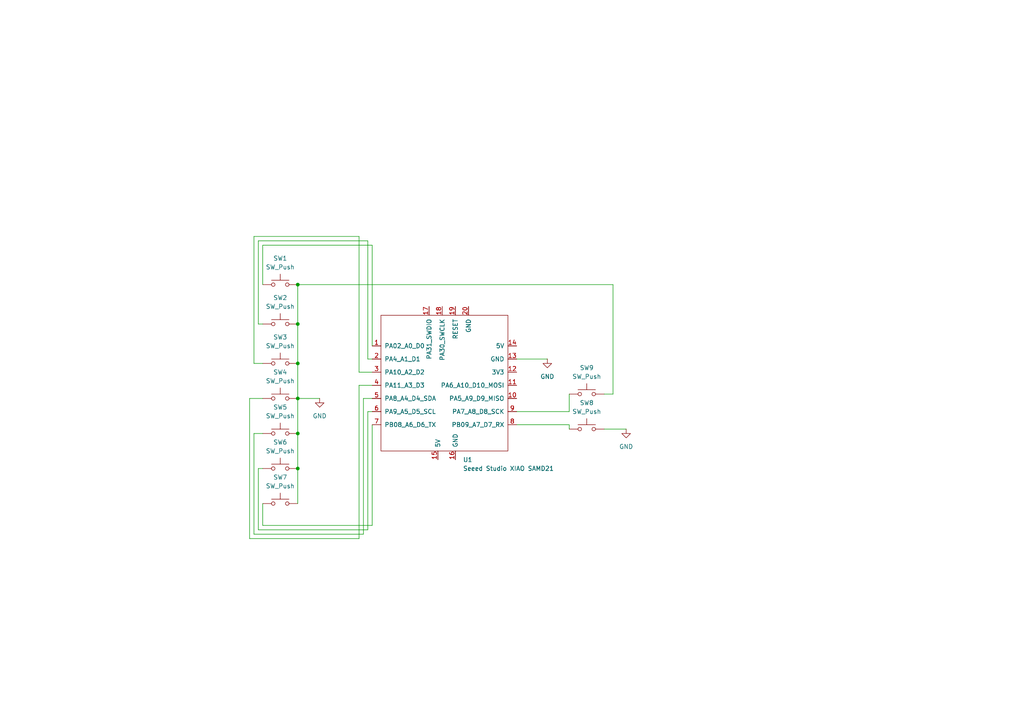
<source format=kicad_sch>
(kicad_sch (version 20231120) (generator "eeschema") (generator_version "8.0")
  (paper "A4")
  (lib_symbols
    (symbol "Seeed_Studio_XIAO_Series:Seeed Studio XIAO SAMD21" (pin_names (offset 1.016))
      (property "Reference" "U" (at -19.05 22.86 0))
      (property "Value" "Seeed Studio XIAO SAMD21" (at -12.7 21.59 0))
      (symbol "Seeed Studio XIAO SAMD21_0_1"
        (rectangle (start -19.05 20.32) (end 17.78 -19.05))
      )
      (symbol "Seeed Studio XIAO SAMD21_1_1"
        (pin unspecified line (at -21.59 11.43 0) (length 2.54) (name "PA02_A0_D0") (number "1"))
        (pin unspecified line (at 20.32 -3.81 180) (length 2.54) (name "PA5_A9_D9_MISO") (number "10"))
        (pin unspecified line (at 20.32 0 180) (length 2.54) (name "PA6_A10_D10_MOSI") (number "11"))
        (pin unspecified line (at 20.32 3.81 180) (length 2.54) (name "3V3") (number "12"))
        (pin unspecified line (at 20.32 7.62 180) (length 2.54) (name "GND") (number "13"))
        (pin unspecified line (at 20.32 11.43 180) (length 2.54) (name "5V") (number "14"))
        (pin input line (at -2.54 -21.59 90) (length 2.54) (name "5V") (number "15"))
        (pin input line (at 2.54 -21.59 90) (length 2.54) (name "GND") (number "16"))
        (pin input line (at -5.08 22.86 270) (length 2.54) (name "PA31_SWDIO") (number "17"))
        (pin input line (at -1.27 22.86 270) (length 2.54) (name "PA30_SWCLK") (number "18"))
        (pin input line (at 2.54 22.86 270) (length 2.54) (name "RESET") (number "19"))
        (pin unspecified line (at -21.59 7.62 0) (length 2.54) (name "PA4_A1_D1") (number "2"))
        (pin input line (at 6.35 22.86 270) (length 2.54) (name "GND") (number "20"))
        (pin unspecified line (at -21.59 3.81 0) (length 2.54) (name "PA10_A2_D2") (number "3"))
        (pin unspecified line (at -21.59 0 0) (length 2.54) (name "PA11_A3_D3") (number "4"))
        (pin unspecified line (at -21.59 -3.81 0) (length 2.54) (name "PA8_A4_D4_SDA") (number "5"))
        (pin unspecified line (at -21.59 -7.62 0) (length 2.54) (name "PA9_A5_D5_SCL") (number "6"))
        (pin unspecified line (at -21.59 -11.43 0) (length 2.54) (name "PB08_A6_D6_TX") (number "7"))
        (pin unspecified line (at 20.32 -11.43 180) (length 2.54) (name "PB09_A7_D7_RX") (number "8"))
        (pin unspecified line (at 20.32 -7.62 180) (length 2.54) (name "PA7_A8_D8_SCK") (number "9"))
      )
    )
    (symbol "Switch:SW_Push" (pin_numbers hide) (pin_names (offset 1.016) hide)
      (property "Reference" "SW" (at 1.27 2.54 0))
      (property "Value" "SW_Push" (at 0 -1.524 0))
      (symbol "SW_Push_0_1"
        (circle (center -2.032 0) (radius 0.508))
        (polyline (pts (xy 0 1.27) (xy 0 3.048)))
        (polyline (pts (xy 2.54 1.27) (xy -2.54 1.27)))
        (circle (center 2.032 0) (radius 0.508))
        (pin passive line (at -5.08 0 0) (length 2.54) (name "1") (number "1"))
        (pin passive line (at 5.08 0 180) (length 2.54) (name "2") (number "2"))
      )
    )
    (symbol "power:GND" (power) (pin_numbers hide) (pin_names (offset 0) hide)
      (property "Value" "GND" (at 0 -3.81 0))
      (symbol "GND_0_1"
        (polyline (pts (xy 0 0) (xy 0 -1.27) (xy 1.27 -1.27) (xy 0 -2.54) (xy -1.27 -1.27) (xy 0 -1.27)))
      )
      (symbol "GND_1_1"
        (pin power_in line (at 0 0 270) (length 0) (name "~") (number "1"))
      )
    )
  )
  (junction (at 86.36 135.89))
  (junction (at 86.36 125.73))
  (junction (at 86.36 82.55))
  (junction (at 86.36 93.98))
  (junction (at 86.36 105.41))
  (junction (at 86.36 115.57))
  (wire (pts (xy 74.93 93.98) (xy 74.93 69.85)))
  (wire (pts (xy 106.68 69.85) (xy 106.68 104.14)))
  (wire (pts (xy 175.26 114.3) (xy 177.8 114.3)))
  (wire (pts (xy 86.36 115.57) (xy 92.71 115.57)))
  (wire (pts (xy 76.2 71.12) (xy 107.95 71.12)))
  (wire (pts (xy 76.2 135.89) (xy 74.93 135.89)))
  (wire (pts (xy 165.1 123.19) (xy 165.1 124.46)))
  (wire (pts (xy 73.66 105.41) (xy 73.66 68.58)))
  (wire (pts (xy 149.86 123.19) (xy 165.1 123.19)))
  (wire (pts (xy 76.2 146.05) (xy 76.2 152.4)))
  (wire (pts (xy 107.95 71.12) (xy 107.95 100.33)))
  (wire (pts (xy 72.39 115.57) (xy 72.39 156.21)))
  (wire (pts (xy 86.36 82.55) (xy 177.8 82.55)))
  (wire (pts (xy 86.36 82.55) (xy 86.36 93.98)))
  (wire (pts (xy 72.39 156.21) (xy 104.14 156.21)))
  (wire (pts (xy 86.36 105.41) (xy 86.36 115.57)))
  (wire (pts (xy 86.36 125.73) (xy 86.36 135.89)))
  (wire (pts (xy 106.68 119.38) (xy 107.95 119.38)))
  (wire (pts (xy 86.36 93.98) (xy 86.36 105.41)))
  (wire (pts (xy 73.66 68.58) (xy 104.14 68.58)))
  (wire (pts (xy 104.14 107.95) (xy 107.95 107.95)))
  (wire (pts (xy 177.8 114.3) (xy 177.8 82.55)))
  (wire (pts (xy 105.41 154.94) (xy 105.41 115.57)))
  (wire (pts (xy 76.2 93.98) (xy 74.93 93.98)))
  (wire (pts (xy 86.36 135.89) (xy 86.36 146.05)))
  (wire (pts (xy 74.93 153.67) (xy 106.68 153.67)))
  (wire (pts (xy 104.14 111.76) (xy 107.95 111.76)))
  (wire (pts (xy 86.36 115.57) (xy 86.36 125.73)))
  (wire (pts (xy 76.2 152.4) (xy 107.95 152.4)))
  (wire (pts (xy 149.86 104.14) (xy 158.75 104.14)))
  (wire (pts (xy 104.14 68.58) (xy 104.14 107.95)))
  (wire (pts (xy 73.66 154.94) (xy 105.41 154.94)))
  (wire (pts (xy 175.26 124.46) (xy 181.61 124.46)))
  (wire (pts (xy 76.2 125.73) (xy 73.66 125.73)))
  (wire (pts (xy 74.93 135.89) (xy 74.93 153.67)))
  (wire (pts (xy 73.66 125.73) (xy 73.66 154.94)))
  (wire (pts (xy 107.95 123.19) (xy 107.95 152.4)))
  (wire (pts (xy 105.41 115.57) (xy 107.95 115.57)))
  (wire (pts (xy 76.2 82.55) (xy 76.2 71.12)))
  (wire (pts (xy 106.68 104.14) (xy 107.95 104.14)))
  (wire (pts (xy 104.14 156.21) (xy 104.14 111.76)))
  (wire (pts (xy 106.68 153.67) (xy 106.68 119.38)))
  (wire (pts (xy 76.2 105.41) (xy 73.66 105.41)))
  (wire (pts (xy 76.2 115.57) (xy 72.39 115.57)))
  (wire (pts (xy 165.1 119.38) (xy 165.1 114.3)))
  (wire (pts (xy 74.93 69.85) (xy 106.68 69.85)))
  (wire (pts (xy 149.86 119.38) (xy 165.1 119.38)))
  (symbol (lib_id "Switch:SW_Push") (at 81.28 93.98 0) (unit 1)
    (property "Reference" "SW2" (at 81.28 86.36 0))
    (property "Value" "SW_Push" (at 81.28 88.9 0))
    (property "Footprint" "Button_Switch_Keyboard:SW_Cherry_MX_1.00u_PCB" (effects (hide yes)))
    (property "Description" "Push button switch, generic, two pins" (effects (hide yes)))
  )
  (symbol (lib_id "Switch:SW_Push") (at 170.18 124.46 0) (unit 1)
    (property "Reference" "SW8" (at 170.18 116.84 0))
    (property "Value" "SW_Push" (at 170.18 119.38 0))
    (property "Footprint" "Button_Switch_Keyboard:SW_Cherry_MX_1.00u_PCB" (effects (hide yes)))
    (property "Description" "Push button switch, generic, two pins" (effects (hide yes)))
  )
  (symbol (lib_id "Switch:SW_Push") (at 81.28 135.89 0) (unit 1)
    (property "Reference" "SW6" (at 81.28 128.27 0))
    (property "Value" "SW_Push" (at 81.28 130.81 0))
    (property "Footprint" "Button_Switch_Keyboard:SW_Cherry_MX_1.00u_PCB" (effects (hide yes)))
    (property "Description" "Push button switch, generic, two pins" (effects (hide yes)))
  )
  (symbol (lib_id "power:GND") (at 158.75 104.14 0) (unit 1)
    (property "Reference" "#PWR02" (effects (hide yes)))
    (property "Value" "GND" (at 158.75 109.22 0))
    (property "Description" "Power symbol creates a global label with name \"GND\" , ground" (effects (hide yes)))
  )
  (symbol (lib_id "Switch:SW_Push") (at 81.28 125.73 0) (unit 1)
    (property "Reference" "SW5" (at 81.28 118.11 0))
    (property "Value" "SW_Push" (at 81.28 120.65 0))
    (property "Footprint" "Button_Switch_Keyboard:SW_Cherry_MX_1.00u_PCB" (effects (hide yes)))
    (property "Description" "Push button switch, generic, two pins" (effects (hide yes)))
  )
  (symbol (lib_id "Switch:SW_Push") (at 81.28 105.41 0) (unit 1)
    (property "Reference" "SW3" (at 81.28 97.79 0))
    (property "Value" "SW_Push" (at 81.28 100.33 0))
    (property "Footprint" "Button_Switch_Keyboard:SW_Cherry_MX_1.00u_PCB" (effects (hide yes)))
    (property "Description" "Push button switch, generic, two pins" (effects (hide yes)))
  )
  (symbol (lib_id "Switch:SW_Push") (at 170.18 114.3 0) (unit 1)
    (property "Reference" "SW9" (at 170.18 106.68 0))
    (property "Value" "SW_Push" (at 170.18 109.22 0))
    (property "Footprint" "Button_Switch_Keyboard:SW_Cherry_MX_1.00u_PCB" (effects (hide yes)))
    (property "Description" "Push button switch, generic, two pins" (effects (hide yes)))
  )
  (symbol (lib_id "Switch:SW_Push") (at 81.28 82.55 0) (unit 1)
    (property "Reference" "SW1" (at 81.28 74.93 0))
    (property "Value" "SW_Push" (at 81.28 77.47 0))
    (property "Footprint" "Button_Switch_Keyboard:SW_Cherry_MX_1.00u_PCB" (effects (hide yes)))
    (property "Description" "Push button switch, generic, two pins" (effects (hide yes)))
  )
  (symbol (lib_id "power:GND") (at 181.61 124.46 0) (unit 1)
    (property "Reference" "#PWR01" (effects (hide yes)))
    (property "Value" "GND" (at 181.61 129.54 0))
    (property "Description" "Power symbol creates a global label with name \"GND\" , ground" (effects (hide yes)))
  )
  (symbol (lib_id "Switch:SW_Push") (at 81.28 115.57 0) (unit 1)
    (property "Reference" "SW4" (at 81.28 107.95 0))
    (property "Value" "SW_Push" (at 81.28 110.49 0))
    (property "Footprint" "Button_Switch_Keyboard:SW_Cherry_MX_1.00u_PCB" (effects (hide yes)))
    (property "Description" "Push button switch, generic, two pins" (effects (hide yes)))
  )
  (symbol (lib_id "Switch:SW_Push") (at 81.28 146.05 0) (unit 1)
    (property "Reference" "SW7" (at 81.28 138.43 0))
    (property "Value" "SW_Push" (at 81.28 140.97 0))
    (property "Footprint" "Button_Switch_Keyboard:SW_Cherry_MX_1.00u_PCB" (effects (hide yes)))
    (property "Description" "Push button switch, generic, two pins" (effects (hide yes)))
  )
  (symbol (lib_id "power:GND") (at 92.71 115.57 0) (unit 1)
    (property "Reference" "#PWR03" (effects (hide yes)))
    (property "Value" "GND" (at 92.71 120.65 0))
    (property "Description" "Power symbol creates a global label with name \"GND\" , ground" (effects (hide yes)))
  )
  (symbol (lib_id "Seeed_Studio_XIAO_Series:Seeed Studio XIAO SAMD21") (at 129.54 111.76 0) (unit 1)
    (property "Reference" "U1" (at 134.2741 133.35 0) (effects (justify left)))
    (property "Value" "Seeed Studio XIAO SAMD21" (at 134.2741 135.89 0) (effects (justify left)))
    (property "Footprint" "Library:XIAO-Generic-Thruhole-14P-2.54-21X17.8MM" (effects (hide yes)))
  )
)
</source>
